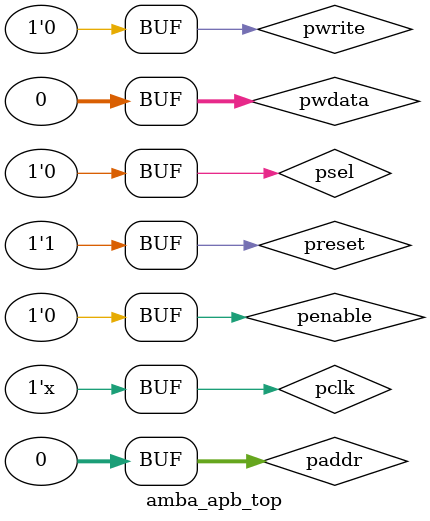
<source format=v>
/* This is the stimulus block for AMBA APB, here we will provide all the inputs and control signals

*/

module amba_apb_top();

wire [0:31] prdata;
reg pclk,preset,psel,penable,pwrite,pready;
reg [0:31] paddr,pwdata;

amba_apb AMBA_APB(pclk,preset,psel,penable,pwrite,paddr,pwdata,prdata,pready);

initial
begin
pclk = 0;
psel=0;
penable=0;
preset = 1;
paddr = 0;
pwdata=0;

#2 preset = 0; 
#1 preset = 1;	

end

initial
begin
	//write cycle inputs
	#14 psel = 1; paddr =8'h60;penable=0; pwrite = 1; pwdata=32'haa;
	#10 penable = 1;
	//idle state inputs
	#12 paddr=0;pwdata=0;pwrite=0;pwdata=32'hz;
	//read cycle inputs
	#8 psel = 1; paddr =8'h60;penable=0; pwrite = 0; 
	#10 penable = 1;
	//idle state inputs after read cycle
	#12 penable=0; psel=0;paddr=0;pwdata=0;pwrite=0;
end
always 
	#5 pclk=~pclk;

endmodule 
</source>
